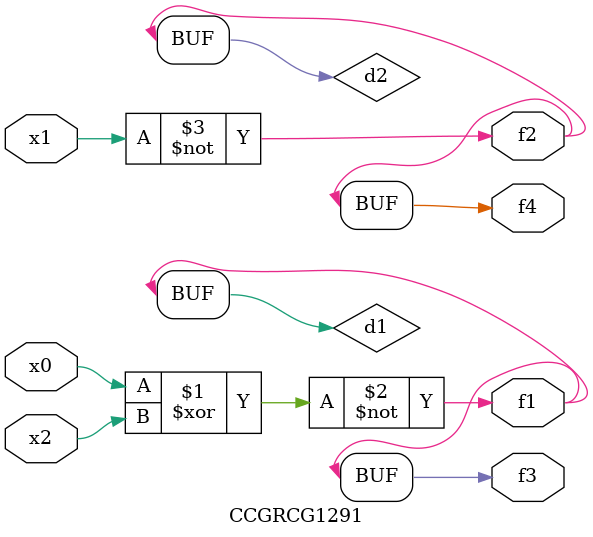
<source format=v>
module CCGRCG1291(
	input x0, x1, x2,
	output f1, f2, f3, f4
);

	wire d1, d2, d3;

	xnor (d1, x0, x2);
	nand (d2, x1);
	nor (d3, x1, x2);
	assign f1 = d1;
	assign f2 = d2;
	assign f3 = d1;
	assign f4 = d2;
endmodule

</source>
